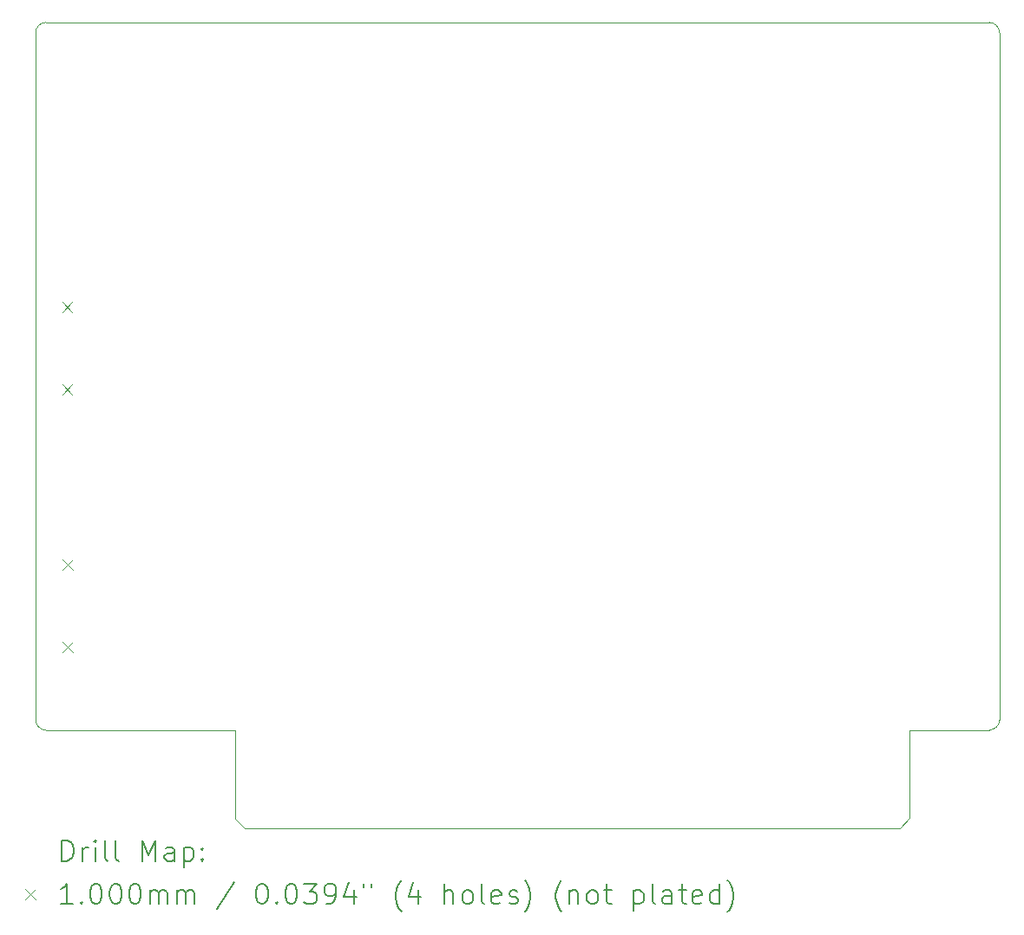
<source format=gbr>
%TF.GenerationSoftware,KiCad,Pcbnew,8.0.8*%
%TF.CreationDate,2025-02-14T11:24:39-05:00*%
%TF.ProjectId,Apple2CardCR,4170706c-6532-4436-9172-6443522e6b69,CR1.0A*%
%TF.SameCoordinates,Original*%
%TF.FileFunction,Drillmap*%
%TF.FilePolarity,Positive*%
%FSLAX45Y45*%
G04 Gerber Fmt 4.5, Leading zero omitted, Abs format (unit mm)*
G04 Created by KiCad (PCBNEW 8.0.8) date 2025-02-14 11:24:39*
%MOMM*%
%LPD*%
G01*
G04 APERTURE LIST*
%ADD10C,0.100000*%
%ADD11C,0.200000*%
G04 APERTURE END LIST*
D10*
X19304000Y-9347000D02*
G75*
G02*
X19201995Y-9448801I-102440J640D01*
G01*
X18427700Y-9448800D02*
X19202000Y-9448800D01*
X11940000Y-10408800D02*
X18327700Y-10408800D01*
X10000000Y-9448800D02*
X11849100Y-9448800D01*
X11849100Y-9448800D02*
X11849100Y-10317900D01*
X19202276Y-2540000D02*
X10000000Y-2540000D01*
X10000000Y-9448800D02*
G75*
G02*
X9900001Y-9347130I1370J101360D01*
G01*
X9900000Y-2641930D02*
X9900000Y-9347130D01*
X18427700Y-10308800D02*
X18427700Y-9448800D01*
X19202276Y-2540000D02*
G75*
G02*
X19304001Y-2641930I-636J-102360D01*
G01*
X9900000Y-2641930D02*
G75*
G02*
X10000000Y-2539990I101510J440D01*
G01*
X11849100Y-10317900D02*
X11940000Y-10408800D01*
X19304000Y-9347000D02*
X19304000Y-2641930D01*
X18327700Y-10408800D02*
X18427700Y-10308800D01*
D11*
D10*
X10158200Y-5271800D02*
X10258200Y-5371800D01*
X10258200Y-5271800D02*
X10158200Y-5371800D01*
X10158200Y-6071800D02*
X10258200Y-6171800D01*
X10258200Y-6071800D02*
X10158200Y-6171800D01*
X10162000Y-7786000D02*
X10262000Y-7886000D01*
X10262000Y-7786000D02*
X10162000Y-7886000D01*
X10162000Y-8586000D02*
X10262000Y-8686000D01*
X10262000Y-8586000D02*
X10162000Y-8686000D01*
D11*
X10155776Y-10725284D02*
X10155776Y-10525284D01*
X10155776Y-10525284D02*
X10203395Y-10525284D01*
X10203395Y-10525284D02*
X10231966Y-10534808D01*
X10231966Y-10534808D02*
X10251014Y-10553855D01*
X10251014Y-10553855D02*
X10260538Y-10572903D01*
X10260538Y-10572903D02*
X10270062Y-10610998D01*
X10270062Y-10610998D02*
X10270062Y-10639570D01*
X10270062Y-10639570D02*
X10260538Y-10677665D01*
X10260538Y-10677665D02*
X10251014Y-10696712D01*
X10251014Y-10696712D02*
X10231966Y-10715760D01*
X10231966Y-10715760D02*
X10203395Y-10725284D01*
X10203395Y-10725284D02*
X10155776Y-10725284D01*
X10355776Y-10725284D02*
X10355776Y-10591950D01*
X10355776Y-10630046D02*
X10365300Y-10610998D01*
X10365300Y-10610998D02*
X10374823Y-10601474D01*
X10374823Y-10601474D02*
X10393871Y-10591950D01*
X10393871Y-10591950D02*
X10412919Y-10591950D01*
X10479585Y-10725284D02*
X10479585Y-10591950D01*
X10479585Y-10525284D02*
X10470062Y-10534808D01*
X10470062Y-10534808D02*
X10479585Y-10544331D01*
X10479585Y-10544331D02*
X10489109Y-10534808D01*
X10489109Y-10534808D02*
X10479585Y-10525284D01*
X10479585Y-10525284D02*
X10479585Y-10544331D01*
X10603395Y-10725284D02*
X10584347Y-10715760D01*
X10584347Y-10715760D02*
X10574823Y-10696712D01*
X10574823Y-10696712D02*
X10574823Y-10525284D01*
X10708157Y-10725284D02*
X10689109Y-10715760D01*
X10689109Y-10715760D02*
X10679585Y-10696712D01*
X10679585Y-10696712D02*
X10679585Y-10525284D01*
X10936728Y-10725284D02*
X10936728Y-10525284D01*
X10936728Y-10525284D02*
X11003395Y-10668141D01*
X11003395Y-10668141D02*
X11070062Y-10525284D01*
X11070062Y-10525284D02*
X11070062Y-10725284D01*
X11251014Y-10725284D02*
X11251014Y-10620522D01*
X11251014Y-10620522D02*
X11241490Y-10601474D01*
X11241490Y-10601474D02*
X11222442Y-10591950D01*
X11222442Y-10591950D02*
X11184347Y-10591950D01*
X11184347Y-10591950D02*
X11165300Y-10601474D01*
X11251014Y-10715760D02*
X11231966Y-10725284D01*
X11231966Y-10725284D02*
X11184347Y-10725284D01*
X11184347Y-10725284D02*
X11165300Y-10715760D01*
X11165300Y-10715760D02*
X11155776Y-10696712D01*
X11155776Y-10696712D02*
X11155776Y-10677665D01*
X11155776Y-10677665D02*
X11165300Y-10658617D01*
X11165300Y-10658617D02*
X11184347Y-10649093D01*
X11184347Y-10649093D02*
X11231966Y-10649093D01*
X11231966Y-10649093D02*
X11251014Y-10639570D01*
X11346252Y-10591950D02*
X11346252Y-10791950D01*
X11346252Y-10601474D02*
X11365300Y-10591950D01*
X11365300Y-10591950D02*
X11403395Y-10591950D01*
X11403395Y-10591950D02*
X11422442Y-10601474D01*
X11422442Y-10601474D02*
X11431966Y-10610998D01*
X11431966Y-10610998D02*
X11441490Y-10630046D01*
X11441490Y-10630046D02*
X11441490Y-10687189D01*
X11441490Y-10687189D02*
X11431966Y-10706236D01*
X11431966Y-10706236D02*
X11422442Y-10715760D01*
X11422442Y-10715760D02*
X11403395Y-10725284D01*
X11403395Y-10725284D02*
X11365300Y-10725284D01*
X11365300Y-10725284D02*
X11346252Y-10715760D01*
X11527204Y-10706236D02*
X11536728Y-10715760D01*
X11536728Y-10715760D02*
X11527204Y-10725284D01*
X11527204Y-10725284D02*
X11517681Y-10715760D01*
X11517681Y-10715760D02*
X11527204Y-10706236D01*
X11527204Y-10706236D02*
X11527204Y-10725284D01*
X11527204Y-10601474D02*
X11536728Y-10610998D01*
X11536728Y-10610998D02*
X11527204Y-10620522D01*
X11527204Y-10620522D02*
X11517681Y-10610998D01*
X11517681Y-10610998D02*
X11527204Y-10601474D01*
X11527204Y-10601474D02*
X11527204Y-10620522D01*
D10*
X9794999Y-11003800D02*
X9894999Y-11103800D01*
X9894999Y-11003800D02*
X9794999Y-11103800D01*
D11*
X10260538Y-11145284D02*
X10146252Y-11145284D01*
X10203395Y-11145284D02*
X10203395Y-10945284D01*
X10203395Y-10945284D02*
X10184347Y-10973855D01*
X10184347Y-10973855D02*
X10165300Y-10992903D01*
X10165300Y-10992903D02*
X10146252Y-11002427D01*
X10346252Y-11126236D02*
X10355776Y-11135760D01*
X10355776Y-11135760D02*
X10346252Y-11145284D01*
X10346252Y-11145284D02*
X10336728Y-11135760D01*
X10336728Y-11135760D02*
X10346252Y-11126236D01*
X10346252Y-11126236D02*
X10346252Y-11145284D01*
X10479585Y-10945284D02*
X10498633Y-10945284D01*
X10498633Y-10945284D02*
X10517681Y-10954808D01*
X10517681Y-10954808D02*
X10527204Y-10964331D01*
X10527204Y-10964331D02*
X10536728Y-10983379D01*
X10536728Y-10983379D02*
X10546252Y-11021474D01*
X10546252Y-11021474D02*
X10546252Y-11069093D01*
X10546252Y-11069093D02*
X10536728Y-11107189D01*
X10536728Y-11107189D02*
X10527204Y-11126236D01*
X10527204Y-11126236D02*
X10517681Y-11135760D01*
X10517681Y-11135760D02*
X10498633Y-11145284D01*
X10498633Y-11145284D02*
X10479585Y-11145284D01*
X10479585Y-11145284D02*
X10460538Y-11135760D01*
X10460538Y-11135760D02*
X10451014Y-11126236D01*
X10451014Y-11126236D02*
X10441490Y-11107189D01*
X10441490Y-11107189D02*
X10431966Y-11069093D01*
X10431966Y-11069093D02*
X10431966Y-11021474D01*
X10431966Y-11021474D02*
X10441490Y-10983379D01*
X10441490Y-10983379D02*
X10451014Y-10964331D01*
X10451014Y-10964331D02*
X10460538Y-10954808D01*
X10460538Y-10954808D02*
X10479585Y-10945284D01*
X10670062Y-10945284D02*
X10689109Y-10945284D01*
X10689109Y-10945284D02*
X10708157Y-10954808D01*
X10708157Y-10954808D02*
X10717681Y-10964331D01*
X10717681Y-10964331D02*
X10727204Y-10983379D01*
X10727204Y-10983379D02*
X10736728Y-11021474D01*
X10736728Y-11021474D02*
X10736728Y-11069093D01*
X10736728Y-11069093D02*
X10727204Y-11107189D01*
X10727204Y-11107189D02*
X10717681Y-11126236D01*
X10717681Y-11126236D02*
X10708157Y-11135760D01*
X10708157Y-11135760D02*
X10689109Y-11145284D01*
X10689109Y-11145284D02*
X10670062Y-11145284D01*
X10670062Y-11145284D02*
X10651014Y-11135760D01*
X10651014Y-11135760D02*
X10641490Y-11126236D01*
X10641490Y-11126236D02*
X10631966Y-11107189D01*
X10631966Y-11107189D02*
X10622443Y-11069093D01*
X10622443Y-11069093D02*
X10622443Y-11021474D01*
X10622443Y-11021474D02*
X10631966Y-10983379D01*
X10631966Y-10983379D02*
X10641490Y-10964331D01*
X10641490Y-10964331D02*
X10651014Y-10954808D01*
X10651014Y-10954808D02*
X10670062Y-10945284D01*
X10860538Y-10945284D02*
X10879585Y-10945284D01*
X10879585Y-10945284D02*
X10898633Y-10954808D01*
X10898633Y-10954808D02*
X10908157Y-10964331D01*
X10908157Y-10964331D02*
X10917681Y-10983379D01*
X10917681Y-10983379D02*
X10927204Y-11021474D01*
X10927204Y-11021474D02*
X10927204Y-11069093D01*
X10927204Y-11069093D02*
X10917681Y-11107189D01*
X10917681Y-11107189D02*
X10908157Y-11126236D01*
X10908157Y-11126236D02*
X10898633Y-11135760D01*
X10898633Y-11135760D02*
X10879585Y-11145284D01*
X10879585Y-11145284D02*
X10860538Y-11145284D01*
X10860538Y-11145284D02*
X10841490Y-11135760D01*
X10841490Y-11135760D02*
X10831966Y-11126236D01*
X10831966Y-11126236D02*
X10822443Y-11107189D01*
X10822443Y-11107189D02*
X10812919Y-11069093D01*
X10812919Y-11069093D02*
X10812919Y-11021474D01*
X10812919Y-11021474D02*
X10822443Y-10983379D01*
X10822443Y-10983379D02*
X10831966Y-10964331D01*
X10831966Y-10964331D02*
X10841490Y-10954808D01*
X10841490Y-10954808D02*
X10860538Y-10945284D01*
X11012919Y-11145284D02*
X11012919Y-11011950D01*
X11012919Y-11030998D02*
X11022443Y-11021474D01*
X11022443Y-11021474D02*
X11041490Y-11011950D01*
X11041490Y-11011950D02*
X11070062Y-11011950D01*
X11070062Y-11011950D02*
X11089109Y-11021474D01*
X11089109Y-11021474D02*
X11098633Y-11040522D01*
X11098633Y-11040522D02*
X11098633Y-11145284D01*
X11098633Y-11040522D02*
X11108157Y-11021474D01*
X11108157Y-11021474D02*
X11127204Y-11011950D01*
X11127204Y-11011950D02*
X11155776Y-11011950D01*
X11155776Y-11011950D02*
X11174824Y-11021474D01*
X11174824Y-11021474D02*
X11184347Y-11040522D01*
X11184347Y-11040522D02*
X11184347Y-11145284D01*
X11279585Y-11145284D02*
X11279585Y-11011950D01*
X11279585Y-11030998D02*
X11289109Y-11021474D01*
X11289109Y-11021474D02*
X11308157Y-11011950D01*
X11308157Y-11011950D02*
X11336728Y-11011950D01*
X11336728Y-11011950D02*
X11355776Y-11021474D01*
X11355776Y-11021474D02*
X11365300Y-11040522D01*
X11365300Y-11040522D02*
X11365300Y-11145284D01*
X11365300Y-11040522D02*
X11374823Y-11021474D01*
X11374823Y-11021474D02*
X11393871Y-11011950D01*
X11393871Y-11011950D02*
X11422442Y-11011950D01*
X11422442Y-11011950D02*
X11441490Y-11021474D01*
X11441490Y-11021474D02*
X11451014Y-11040522D01*
X11451014Y-11040522D02*
X11451014Y-11145284D01*
X11841490Y-10935760D02*
X11670062Y-11192903D01*
X12098633Y-10945284D02*
X12117681Y-10945284D01*
X12117681Y-10945284D02*
X12136728Y-10954808D01*
X12136728Y-10954808D02*
X12146252Y-10964331D01*
X12146252Y-10964331D02*
X12155776Y-10983379D01*
X12155776Y-10983379D02*
X12165300Y-11021474D01*
X12165300Y-11021474D02*
X12165300Y-11069093D01*
X12165300Y-11069093D02*
X12155776Y-11107189D01*
X12155776Y-11107189D02*
X12146252Y-11126236D01*
X12146252Y-11126236D02*
X12136728Y-11135760D01*
X12136728Y-11135760D02*
X12117681Y-11145284D01*
X12117681Y-11145284D02*
X12098633Y-11145284D01*
X12098633Y-11145284D02*
X12079585Y-11135760D01*
X12079585Y-11135760D02*
X12070062Y-11126236D01*
X12070062Y-11126236D02*
X12060538Y-11107189D01*
X12060538Y-11107189D02*
X12051014Y-11069093D01*
X12051014Y-11069093D02*
X12051014Y-11021474D01*
X12051014Y-11021474D02*
X12060538Y-10983379D01*
X12060538Y-10983379D02*
X12070062Y-10964331D01*
X12070062Y-10964331D02*
X12079585Y-10954808D01*
X12079585Y-10954808D02*
X12098633Y-10945284D01*
X12251014Y-11126236D02*
X12260538Y-11135760D01*
X12260538Y-11135760D02*
X12251014Y-11145284D01*
X12251014Y-11145284D02*
X12241490Y-11135760D01*
X12241490Y-11135760D02*
X12251014Y-11126236D01*
X12251014Y-11126236D02*
X12251014Y-11145284D01*
X12384347Y-10945284D02*
X12403395Y-10945284D01*
X12403395Y-10945284D02*
X12422443Y-10954808D01*
X12422443Y-10954808D02*
X12431966Y-10964331D01*
X12431966Y-10964331D02*
X12441490Y-10983379D01*
X12441490Y-10983379D02*
X12451014Y-11021474D01*
X12451014Y-11021474D02*
X12451014Y-11069093D01*
X12451014Y-11069093D02*
X12441490Y-11107189D01*
X12441490Y-11107189D02*
X12431966Y-11126236D01*
X12431966Y-11126236D02*
X12422443Y-11135760D01*
X12422443Y-11135760D02*
X12403395Y-11145284D01*
X12403395Y-11145284D02*
X12384347Y-11145284D01*
X12384347Y-11145284D02*
X12365300Y-11135760D01*
X12365300Y-11135760D02*
X12355776Y-11126236D01*
X12355776Y-11126236D02*
X12346252Y-11107189D01*
X12346252Y-11107189D02*
X12336728Y-11069093D01*
X12336728Y-11069093D02*
X12336728Y-11021474D01*
X12336728Y-11021474D02*
X12346252Y-10983379D01*
X12346252Y-10983379D02*
X12355776Y-10964331D01*
X12355776Y-10964331D02*
X12365300Y-10954808D01*
X12365300Y-10954808D02*
X12384347Y-10945284D01*
X12517681Y-10945284D02*
X12641490Y-10945284D01*
X12641490Y-10945284D02*
X12574824Y-11021474D01*
X12574824Y-11021474D02*
X12603395Y-11021474D01*
X12603395Y-11021474D02*
X12622443Y-11030998D01*
X12622443Y-11030998D02*
X12631966Y-11040522D01*
X12631966Y-11040522D02*
X12641490Y-11059570D01*
X12641490Y-11059570D02*
X12641490Y-11107189D01*
X12641490Y-11107189D02*
X12631966Y-11126236D01*
X12631966Y-11126236D02*
X12622443Y-11135760D01*
X12622443Y-11135760D02*
X12603395Y-11145284D01*
X12603395Y-11145284D02*
X12546252Y-11145284D01*
X12546252Y-11145284D02*
X12527205Y-11135760D01*
X12527205Y-11135760D02*
X12517681Y-11126236D01*
X12736728Y-11145284D02*
X12774824Y-11145284D01*
X12774824Y-11145284D02*
X12793871Y-11135760D01*
X12793871Y-11135760D02*
X12803395Y-11126236D01*
X12803395Y-11126236D02*
X12822443Y-11097665D01*
X12822443Y-11097665D02*
X12831966Y-11059570D01*
X12831966Y-11059570D02*
X12831966Y-10983379D01*
X12831966Y-10983379D02*
X12822443Y-10964331D01*
X12822443Y-10964331D02*
X12812919Y-10954808D01*
X12812919Y-10954808D02*
X12793871Y-10945284D01*
X12793871Y-10945284D02*
X12755776Y-10945284D01*
X12755776Y-10945284D02*
X12736728Y-10954808D01*
X12736728Y-10954808D02*
X12727205Y-10964331D01*
X12727205Y-10964331D02*
X12717681Y-10983379D01*
X12717681Y-10983379D02*
X12717681Y-11030998D01*
X12717681Y-11030998D02*
X12727205Y-11050046D01*
X12727205Y-11050046D02*
X12736728Y-11059570D01*
X12736728Y-11059570D02*
X12755776Y-11069093D01*
X12755776Y-11069093D02*
X12793871Y-11069093D01*
X12793871Y-11069093D02*
X12812919Y-11059570D01*
X12812919Y-11059570D02*
X12822443Y-11050046D01*
X12822443Y-11050046D02*
X12831966Y-11030998D01*
X13003395Y-11011950D02*
X13003395Y-11145284D01*
X12955776Y-10935760D02*
X12908157Y-11078617D01*
X12908157Y-11078617D02*
X13031966Y-11078617D01*
X13098633Y-10945284D02*
X13098633Y-10983379D01*
X13174824Y-10945284D02*
X13174824Y-10983379D01*
X13470062Y-11221474D02*
X13460538Y-11211950D01*
X13460538Y-11211950D02*
X13441490Y-11183379D01*
X13441490Y-11183379D02*
X13431967Y-11164331D01*
X13431967Y-11164331D02*
X13422443Y-11135760D01*
X13422443Y-11135760D02*
X13412919Y-11088141D01*
X13412919Y-11088141D02*
X13412919Y-11050046D01*
X13412919Y-11050046D02*
X13422443Y-11002427D01*
X13422443Y-11002427D02*
X13431967Y-10973855D01*
X13431967Y-10973855D02*
X13441490Y-10954808D01*
X13441490Y-10954808D02*
X13460538Y-10926236D01*
X13460538Y-10926236D02*
X13470062Y-10916712D01*
X13631967Y-11011950D02*
X13631967Y-11145284D01*
X13584347Y-10935760D02*
X13536728Y-11078617D01*
X13536728Y-11078617D02*
X13660538Y-11078617D01*
X13889109Y-11145284D02*
X13889109Y-10945284D01*
X13974824Y-11145284D02*
X13974824Y-11040522D01*
X13974824Y-11040522D02*
X13965300Y-11021474D01*
X13965300Y-11021474D02*
X13946252Y-11011950D01*
X13946252Y-11011950D02*
X13917681Y-11011950D01*
X13917681Y-11011950D02*
X13898633Y-11021474D01*
X13898633Y-11021474D02*
X13889109Y-11030998D01*
X14098633Y-11145284D02*
X14079586Y-11135760D01*
X14079586Y-11135760D02*
X14070062Y-11126236D01*
X14070062Y-11126236D02*
X14060538Y-11107189D01*
X14060538Y-11107189D02*
X14060538Y-11050046D01*
X14060538Y-11050046D02*
X14070062Y-11030998D01*
X14070062Y-11030998D02*
X14079586Y-11021474D01*
X14079586Y-11021474D02*
X14098633Y-11011950D01*
X14098633Y-11011950D02*
X14127205Y-11011950D01*
X14127205Y-11011950D02*
X14146252Y-11021474D01*
X14146252Y-11021474D02*
X14155776Y-11030998D01*
X14155776Y-11030998D02*
X14165300Y-11050046D01*
X14165300Y-11050046D02*
X14165300Y-11107189D01*
X14165300Y-11107189D02*
X14155776Y-11126236D01*
X14155776Y-11126236D02*
X14146252Y-11135760D01*
X14146252Y-11135760D02*
X14127205Y-11145284D01*
X14127205Y-11145284D02*
X14098633Y-11145284D01*
X14279586Y-11145284D02*
X14260538Y-11135760D01*
X14260538Y-11135760D02*
X14251014Y-11116712D01*
X14251014Y-11116712D02*
X14251014Y-10945284D01*
X14431967Y-11135760D02*
X14412919Y-11145284D01*
X14412919Y-11145284D02*
X14374824Y-11145284D01*
X14374824Y-11145284D02*
X14355776Y-11135760D01*
X14355776Y-11135760D02*
X14346252Y-11116712D01*
X14346252Y-11116712D02*
X14346252Y-11040522D01*
X14346252Y-11040522D02*
X14355776Y-11021474D01*
X14355776Y-11021474D02*
X14374824Y-11011950D01*
X14374824Y-11011950D02*
X14412919Y-11011950D01*
X14412919Y-11011950D02*
X14431967Y-11021474D01*
X14431967Y-11021474D02*
X14441490Y-11040522D01*
X14441490Y-11040522D02*
X14441490Y-11059570D01*
X14441490Y-11059570D02*
X14346252Y-11078617D01*
X14517681Y-11135760D02*
X14536729Y-11145284D01*
X14536729Y-11145284D02*
X14574824Y-11145284D01*
X14574824Y-11145284D02*
X14593871Y-11135760D01*
X14593871Y-11135760D02*
X14603395Y-11116712D01*
X14603395Y-11116712D02*
X14603395Y-11107189D01*
X14603395Y-11107189D02*
X14593871Y-11088141D01*
X14593871Y-11088141D02*
X14574824Y-11078617D01*
X14574824Y-11078617D02*
X14546252Y-11078617D01*
X14546252Y-11078617D02*
X14527205Y-11069093D01*
X14527205Y-11069093D02*
X14517681Y-11050046D01*
X14517681Y-11050046D02*
X14517681Y-11040522D01*
X14517681Y-11040522D02*
X14527205Y-11021474D01*
X14527205Y-11021474D02*
X14546252Y-11011950D01*
X14546252Y-11011950D02*
X14574824Y-11011950D01*
X14574824Y-11011950D02*
X14593871Y-11021474D01*
X14670062Y-11221474D02*
X14679586Y-11211950D01*
X14679586Y-11211950D02*
X14698633Y-11183379D01*
X14698633Y-11183379D02*
X14708157Y-11164331D01*
X14708157Y-11164331D02*
X14717681Y-11135760D01*
X14717681Y-11135760D02*
X14727205Y-11088141D01*
X14727205Y-11088141D02*
X14727205Y-11050046D01*
X14727205Y-11050046D02*
X14717681Y-11002427D01*
X14717681Y-11002427D02*
X14708157Y-10973855D01*
X14708157Y-10973855D02*
X14698633Y-10954808D01*
X14698633Y-10954808D02*
X14679586Y-10926236D01*
X14679586Y-10926236D02*
X14670062Y-10916712D01*
X15031967Y-11221474D02*
X15022443Y-11211950D01*
X15022443Y-11211950D02*
X15003395Y-11183379D01*
X15003395Y-11183379D02*
X14993871Y-11164331D01*
X14993871Y-11164331D02*
X14984348Y-11135760D01*
X14984348Y-11135760D02*
X14974824Y-11088141D01*
X14974824Y-11088141D02*
X14974824Y-11050046D01*
X14974824Y-11050046D02*
X14984348Y-11002427D01*
X14984348Y-11002427D02*
X14993871Y-10973855D01*
X14993871Y-10973855D02*
X15003395Y-10954808D01*
X15003395Y-10954808D02*
X15022443Y-10926236D01*
X15022443Y-10926236D02*
X15031967Y-10916712D01*
X15108157Y-11011950D02*
X15108157Y-11145284D01*
X15108157Y-11030998D02*
X15117681Y-11021474D01*
X15117681Y-11021474D02*
X15136729Y-11011950D01*
X15136729Y-11011950D02*
X15165300Y-11011950D01*
X15165300Y-11011950D02*
X15184348Y-11021474D01*
X15184348Y-11021474D02*
X15193871Y-11040522D01*
X15193871Y-11040522D02*
X15193871Y-11145284D01*
X15317681Y-11145284D02*
X15298633Y-11135760D01*
X15298633Y-11135760D02*
X15289110Y-11126236D01*
X15289110Y-11126236D02*
X15279586Y-11107189D01*
X15279586Y-11107189D02*
X15279586Y-11050046D01*
X15279586Y-11050046D02*
X15289110Y-11030998D01*
X15289110Y-11030998D02*
X15298633Y-11021474D01*
X15298633Y-11021474D02*
X15317681Y-11011950D01*
X15317681Y-11011950D02*
X15346252Y-11011950D01*
X15346252Y-11011950D02*
X15365300Y-11021474D01*
X15365300Y-11021474D02*
X15374824Y-11030998D01*
X15374824Y-11030998D02*
X15384348Y-11050046D01*
X15384348Y-11050046D02*
X15384348Y-11107189D01*
X15384348Y-11107189D02*
X15374824Y-11126236D01*
X15374824Y-11126236D02*
X15365300Y-11135760D01*
X15365300Y-11135760D02*
X15346252Y-11145284D01*
X15346252Y-11145284D02*
X15317681Y-11145284D01*
X15441491Y-11011950D02*
X15517681Y-11011950D01*
X15470062Y-10945284D02*
X15470062Y-11116712D01*
X15470062Y-11116712D02*
X15479586Y-11135760D01*
X15479586Y-11135760D02*
X15498633Y-11145284D01*
X15498633Y-11145284D02*
X15517681Y-11145284D01*
X15736729Y-11011950D02*
X15736729Y-11211950D01*
X15736729Y-11021474D02*
X15755776Y-11011950D01*
X15755776Y-11011950D02*
X15793872Y-11011950D01*
X15793872Y-11011950D02*
X15812919Y-11021474D01*
X15812919Y-11021474D02*
X15822443Y-11030998D01*
X15822443Y-11030998D02*
X15831967Y-11050046D01*
X15831967Y-11050046D02*
X15831967Y-11107189D01*
X15831967Y-11107189D02*
X15822443Y-11126236D01*
X15822443Y-11126236D02*
X15812919Y-11135760D01*
X15812919Y-11135760D02*
X15793872Y-11145284D01*
X15793872Y-11145284D02*
X15755776Y-11145284D01*
X15755776Y-11145284D02*
X15736729Y-11135760D01*
X15946252Y-11145284D02*
X15927205Y-11135760D01*
X15927205Y-11135760D02*
X15917681Y-11116712D01*
X15917681Y-11116712D02*
X15917681Y-10945284D01*
X16108157Y-11145284D02*
X16108157Y-11040522D01*
X16108157Y-11040522D02*
X16098633Y-11021474D01*
X16098633Y-11021474D02*
X16079586Y-11011950D01*
X16079586Y-11011950D02*
X16041491Y-11011950D01*
X16041491Y-11011950D02*
X16022443Y-11021474D01*
X16108157Y-11135760D02*
X16089110Y-11145284D01*
X16089110Y-11145284D02*
X16041491Y-11145284D01*
X16041491Y-11145284D02*
X16022443Y-11135760D01*
X16022443Y-11135760D02*
X16012919Y-11116712D01*
X16012919Y-11116712D02*
X16012919Y-11097665D01*
X16012919Y-11097665D02*
X16022443Y-11078617D01*
X16022443Y-11078617D02*
X16041491Y-11069093D01*
X16041491Y-11069093D02*
X16089110Y-11069093D01*
X16089110Y-11069093D02*
X16108157Y-11059570D01*
X16174824Y-11011950D02*
X16251014Y-11011950D01*
X16203395Y-10945284D02*
X16203395Y-11116712D01*
X16203395Y-11116712D02*
X16212919Y-11135760D01*
X16212919Y-11135760D02*
X16231967Y-11145284D01*
X16231967Y-11145284D02*
X16251014Y-11145284D01*
X16393872Y-11135760D02*
X16374824Y-11145284D01*
X16374824Y-11145284D02*
X16336729Y-11145284D01*
X16336729Y-11145284D02*
X16317681Y-11135760D01*
X16317681Y-11135760D02*
X16308157Y-11116712D01*
X16308157Y-11116712D02*
X16308157Y-11040522D01*
X16308157Y-11040522D02*
X16317681Y-11021474D01*
X16317681Y-11021474D02*
X16336729Y-11011950D01*
X16336729Y-11011950D02*
X16374824Y-11011950D01*
X16374824Y-11011950D02*
X16393872Y-11021474D01*
X16393872Y-11021474D02*
X16403395Y-11040522D01*
X16403395Y-11040522D02*
X16403395Y-11059570D01*
X16403395Y-11059570D02*
X16308157Y-11078617D01*
X16574824Y-11145284D02*
X16574824Y-10945284D01*
X16574824Y-11135760D02*
X16555776Y-11145284D01*
X16555776Y-11145284D02*
X16517681Y-11145284D01*
X16517681Y-11145284D02*
X16498633Y-11135760D01*
X16498633Y-11135760D02*
X16489110Y-11126236D01*
X16489110Y-11126236D02*
X16479586Y-11107189D01*
X16479586Y-11107189D02*
X16479586Y-11050046D01*
X16479586Y-11050046D02*
X16489110Y-11030998D01*
X16489110Y-11030998D02*
X16498633Y-11021474D01*
X16498633Y-11021474D02*
X16517681Y-11011950D01*
X16517681Y-11011950D02*
X16555776Y-11011950D01*
X16555776Y-11011950D02*
X16574824Y-11021474D01*
X16651014Y-11221474D02*
X16660538Y-11211950D01*
X16660538Y-11211950D02*
X16679586Y-11183379D01*
X16679586Y-11183379D02*
X16689110Y-11164331D01*
X16689110Y-11164331D02*
X16698633Y-11135760D01*
X16698633Y-11135760D02*
X16708157Y-11088141D01*
X16708157Y-11088141D02*
X16708157Y-11050046D01*
X16708157Y-11050046D02*
X16698633Y-11002427D01*
X16698633Y-11002427D02*
X16689110Y-10973855D01*
X16689110Y-10973855D02*
X16679586Y-10954808D01*
X16679586Y-10954808D02*
X16660538Y-10926236D01*
X16660538Y-10926236D02*
X16651014Y-10916712D01*
M02*

</source>
